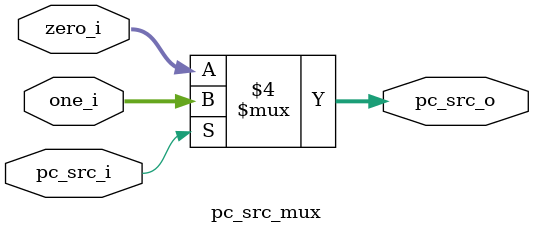
<source format=v>
module pc_src_mux(
    input                   pc_src_i,
    input           [31:0]  zero_i,
    input           [31:0]  one_i,
    output  reg     [31:0]  pc_src_o
);
    always @(*) begin
        if (pc_src_i == 1'b1) begin
            pc_src_o = one_i;
        end
        else begin
            pc_src_o = zero_i;
        end
    end
endmodule

</source>
